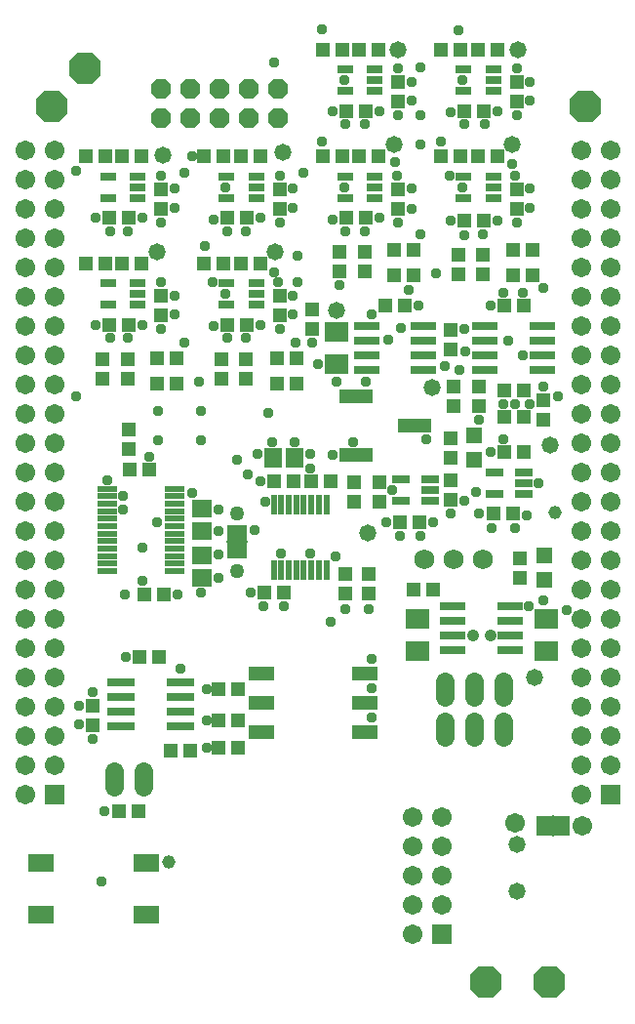
<source format=gts>
G75*
G70*
%OFA0B0*%
%FSLAX24Y24*%
%IPPOS*%
%LPD*%
%AMOC8*
5,1,8,0,0,1.08239X$1,22.5*
%
%ADD10R,0.0671X0.0671*%
%ADD11C,0.0671*%
%ADD12R,0.0513X0.0474*%
%ADD13R,0.0474X0.0513*%
%ADD14C,0.0580*%
%ADD15R,0.0710X0.0540*%
%ADD16R,0.0720X0.0060*%
%ADD17R,0.0946X0.0316*%
%ADD18R,0.0220X0.0660*%
%ADD19OC8,0.1085*%
%ADD20R,0.0600X0.0300*%
%ADD21C,0.0620*%
%ADD22R,0.0870X0.0510*%
%ADD23R,0.0592X0.0671*%
%ADD24R,0.0660X0.0220*%
%ADD25R,0.0580X0.0300*%
%ADD26R,0.0860X0.0300*%
%ADD27R,0.0671X0.0592*%
%ADD28R,0.0789X0.0710*%
%ADD29OC8,0.0680*%
%ADD30R,0.1180X0.0480*%
%ADD31R,0.0552X0.0552*%
%ADD32C,0.0680*%
%ADD33R,0.0907X0.0631*%
%ADD34R,0.0540X0.0710*%
%ADD35R,0.0060X0.0720*%
%ADD36C,0.0370*%
%ADD37C,0.0417*%
%ADD38C,0.0496*%
%ADD39C,0.0456*%
D10*
X002250Y008000D03*
X015500Y003250D03*
X021250Y008000D03*
D11*
X021250Y009000D03*
X021250Y010000D03*
X021250Y011000D03*
X021250Y012000D03*
X021250Y013000D03*
X021250Y014000D03*
X021250Y015000D03*
X021250Y016000D03*
X021250Y017000D03*
X021250Y018000D03*
X021250Y019000D03*
X021250Y020000D03*
X021250Y021000D03*
X021250Y022000D03*
X021250Y023000D03*
X021250Y024000D03*
X021250Y025000D03*
X021250Y026000D03*
X021250Y027000D03*
X021250Y028000D03*
X021250Y029000D03*
X021250Y030000D03*
X020250Y030000D03*
X020250Y029000D03*
X020250Y028000D03*
X020250Y027000D03*
X020250Y026000D03*
X020250Y025000D03*
X020250Y024000D03*
X020250Y023000D03*
X020250Y022000D03*
X020250Y021000D03*
X020250Y020000D03*
X020250Y019000D03*
X020250Y018000D03*
X020250Y017000D03*
X020250Y016000D03*
X020250Y015000D03*
X020250Y014000D03*
X020250Y013000D03*
X020250Y012000D03*
X020250Y011000D03*
X020250Y010000D03*
X020250Y009000D03*
X020250Y008000D03*
X020300Y006950D03*
X018000Y007050D03*
X015500Y007250D03*
X015500Y006250D03*
X015500Y005250D03*
X015500Y004250D03*
X014500Y004250D03*
X014500Y003250D03*
X014500Y005250D03*
X014500Y006250D03*
X014500Y007250D03*
X002250Y009000D03*
X002250Y010000D03*
X002250Y011000D03*
X002250Y012000D03*
X002250Y013000D03*
X002250Y014000D03*
X002250Y015000D03*
X002250Y016000D03*
X002250Y017000D03*
X002250Y018000D03*
X002250Y019000D03*
X002250Y020000D03*
X002250Y021000D03*
X002250Y022000D03*
X002250Y023000D03*
X002250Y024000D03*
X002250Y025000D03*
X002250Y026000D03*
X002250Y027000D03*
X002250Y028000D03*
X002250Y029000D03*
X002250Y030000D03*
X001250Y030000D03*
X001250Y029000D03*
X001250Y028000D03*
X001250Y027000D03*
X001250Y026000D03*
X001250Y025000D03*
X001250Y024000D03*
X001250Y023000D03*
X001250Y022000D03*
X001250Y021000D03*
X001250Y020000D03*
X001250Y019000D03*
X001250Y018000D03*
X001250Y017000D03*
X001250Y016000D03*
X001250Y015000D03*
X001250Y014000D03*
X001250Y013000D03*
X001250Y012000D03*
X001250Y011000D03*
X001250Y010000D03*
X001250Y009000D03*
X001250Y008000D03*
D12*
X004815Y019100D03*
X004800Y019815D03*
X004800Y020485D03*
X005485Y019100D03*
X004750Y022215D03*
X004750Y022885D03*
X004785Y024050D03*
X004115Y024050D03*
X005765Y022900D03*
X006435Y022900D03*
X008165Y024050D03*
X008835Y024050D03*
X008800Y022885D03*
X008800Y022215D03*
X009865Y022900D03*
X010535Y022900D03*
X012850Y025865D03*
X012850Y026535D03*
X012885Y027700D03*
X012215Y027700D03*
X013865Y026600D03*
X014535Y026600D03*
X014235Y024700D03*
X013565Y024700D03*
X015900Y021935D03*
X015900Y021265D03*
X015800Y020185D03*
X015800Y019515D03*
X017265Y017600D03*
X017935Y017600D03*
X018150Y016085D03*
X018150Y015415D03*
X018285Y019700D03*
X017615Y019700D03*
X017615Y021800D03*
X018285Y021800D03*
X018285Y024700D03*
X017615Y024700D03*
X016900Y025765D03*
X016900Y026435D03*
X016935Y027600D03*
X016265Y027600D03*
X017915Y026600D03*
X018585Y026600D03*
X016935Y031350D03*
X016265Y031350D03*
X012885Y031350D03*
X012215Y031350D03*
X008835Y027700D03*
X008165Y027700D03*
X004785Y027700D03*
X004115Y027700D03*
X009765Y018700D03*
X010435Y018700D03*
X011015Y018700D03*
X011685Y018700D03*
X012500Y018685D03*
X012500Y018015D03*
X013350Y018015D03*
X013350Y018685D03*
X014065Y017300D03*
X014735Y017300D03*
X013000Y015535D03*
X013000Y014865D03*
X012200Y014865D03*
X012200Y015535D03*
X010085Y014900D03*
X009415Y014900D03*
D13*
X008535Y011600D03*
X007865Y011600D03*
X007865Y010550D03*
X008535Y010550D03*
X008535Y009600D03*
X007865Y009600D03*
X006885Y009500D03*
X006215Y009500D03*
X005135Y007450D03*
X004465Y007450D03*
X003550Y010365D03*
X003550Y011035D03*
X005165Y012700D03*
X005835Y012700D03*
X005985Y014850D03*
X005315Y014850D03*
X005765Y022050D03*
X006435Y022050D03*
X007950Y022215D03*
X007950Y022885D03*
X009865Y022050D03*
X010535Y022050D03*
X011050Y023915D03*
X011050Y024585D03*
X009950Y024365D03*
X009950Y025035D03*
X009285Y026150D03*
X008615Y026150D03*
X008035Y026150D03*
X007365Y026150D03*
X005900Y025035D03*
X005900Y024365D03*
X005235Y026150D03*
X004565Y026150D03*
X003985Y026150D03*
X003315Y026150D03*
X003900Y022885D03*
X003900Y022215D03*
X005900Y028015D03*
X005900Y028685D03*
X005235Y029800D03*
X004565Y029800D03*
X003985Y029800D03*
X003315Y029800D03*
X007365Y029800D03*
X008035Y029800D03*
X008615Y029800D03*
X009285Y029800D03*
X009950Y028685D03*
X009950Y028015D03*
X011415Y029800D03*
X012085Y029800D03*
X012665Y029800D03*
X013335Y029800D03*
X014000Y028685D03*
X014000Y028015D03*
X013865Y025750D03*
X014535Y025750D03*
X015800Y023885D03*
X015800Y023215D03*
X016750Y021935D03*
X016750Y021265D03*
X017615Y020900D03*
X018285Y020900D03*
X018950Y020815D03*
X018950Y021485D03*
X018585Y025750D03*
X017915Y025750D03*
X018050Y028015D03*
X018050Y028685D03*
X017385Y029800D03*
X016715Y029800D03*
X016135Y029800D03*
X015465Y029800D03*
X014000Y031665D03*
X014000Y032335D03*
X013335Y033450D03*
X012665Y033450D03*
X012085Y033450D03*
X011415Y033450D03*
X015465Y033450D03*
X016135Y033450D03*
X016715Y033450D03*
X017385Y033450D03*
X018050Y032335D03*
X018050Y031665D03*
X016050Y026435D03*
X016050Y025765D03*
X012000Y025865D03*
X012000Y026535D03*
X015800Y018735D03*
X015800Y018065D03*
X015185Y015000D03*
X014515Y015000D03*
D14*
X012950Y016950D03*
X015150Y021900D03*
X011900Y024550D03*
X009800Y026550D03*
X010050Y029950D03*
X013850Y030200D03*
X014000Y033450D03*
X017900Y030200D03*
X018100Y033450D03*
X019200Y019950D03*
X018650Y012000D03*
X018050Y006300D03*
X018050Y004700D03*
X005750Y026550D03*
X005950Y029850D03*
D15*
X008500Y016950D03*
X008500Y016350D03*
D16*
X008500Y016650D03*
D17*
X006574Y011850D03*
X006574Y011350D03*
X006574Y010850D03*
X006574Y010350D03*
X004526Y010350D03*
X004526Y010850D03*
X004526Y011350D03*
X004526Y011850D03*
D18*
X009750Y015690D03*
X010010Y015690D03*
X010270Y015690D03*
X010520Y015690D03*
X010780Y015690D03*
X011030Y015690D03*
X011290Y015690D03*
X011550Y015690D03*
X011550Y017910D03*
X011290Y017910D03*
X011030Y017910D03*
X010780Y017910D03*
X010520Y017910D03*
X010270Y017910D03*
X010010Y017910D03*
X009750Y017910D03*
D19*
X002150Y031500D03*
X003300Y032800D03*
X020400Y031500D03*
X019150Y001600D03*
X017000Y001600D03*
D20*
X015100Y018030D03*
X015100Y018400D03*
X015100Y018770D03*
X014100Y018770D03*
X014100Y018030D03*
X017290Y018280D03*
X017290Y019020D03*
X018310Y019020D03*
X018310Y018650D03*
X018310Y018280D03*
D21*
X017600Y011870D02*
X017600Y011330D01*
X017600Y010520D02*
X017600Y009980D01*
X016600Y009980D02*
X016600Y010520D01*
X016600Y011330D02*
X016600Y011870D01*
X015600Y011870D02*
X015600Y011330D01*
X015600Y010520D02*
X015600Y009980D01*
X005300Y008820D02*
X005300Y008280D01*
X004300Y008280D02*
X004300Y008820D01*
D22*
X009330Y010150D03*
X009330Y011150D03*
X009330Y012150D03*
X012870Y012150D03*
X012870Y011150D03*
X012870Y010150D03*
D23*
X010474Y019500D03*
X009726Y019500D03*
D24*
X006350Y018460D03*
X006350Y018200D03*
X006350Y017950D03*
X006350Y017690D03*
X006350Y017430D03*
X006350Y017180D03*
X006350Y016920D03*
X006350Y016670D03*
X006350Y016410D03*
X006350Y016150D03*
X006350Y015900D03*
X006350Y015640D03*
X004050Y015640D03*
X004050Y015900D03*
X004050Y016150D03*
X004050Y016410D03*
X004050Y016670D03*
X004050Y016920D03*
X004050Y017180D03*
X004050Y017430D03*
X004050Y017690D03*
X004050Y017950D03*
X004050Y018200D03*
X004050Y018460D03*
D25*
X004090Y024730D03*
X004090Y025470D03*
X005110Y025470D03*
X005110Y025100D03*
X005110Y024730D03*
X005110Y028380D03*
X005110Y028750D03*
X005110Y029120D03*
X004090Y029120D03*
X004090Y028380D03*
X008140Y028380D03*
X008140Y029120D03*
X009160Y029120D03*
X009160Y028750D03*
X009160Y028380D03*
X009160Y025470D03*
X009160Y025100D03*
X009160Y024730D03*
X008140Y024730D03*
X008140Y025470D03*
X012190Y028380D03*
X012190Y029120D03*
X013210Y029120D03*
X013210Y028750D03*
X013210Y028380D03*
X013210Y032030D03*
X013210Y032400D03*
X013210Y032770D03*
X012190Y032770D03*
X012190Y032030D03*
X016240Y032030D03*
X016240Y032770D03*
X017260Y032770D03*
X017260Y032400D03*
X017260Y032030D03*
X017260Y029120D03*
X017260Y028750D03*
X017260Y028380D03*
X016240Y028380D03*
X016240Y029120D03*
D26*
X016980Y024000D03*
X016980Y023500D03*
X016980Y023000D03*
X016980Y022500D03*
X018920Y022500D03*
X018920Y023000D03*
X018920Y023500D03*
X018920Y024000D03*
X014870Y024000D03*
X014870Y023500D03*
X014870Y023000D03*
X014870Y022500D03*
X012930Y022500D03*
X012930Y023000D03*
X012930Y023500D03*
X012930Y024000D03*
X015880Y014450D03*
X015880Y013950D03*
X015880Y013450D03*
X015880Y012950D03*
X017820Y012950D03*
X017820Y013450D03*
X017820Y013950D03*
X017820Y014450D03*
D27*
X007300Y015426D03*
X007300Y016174D03*
X007300Y017026D03*
X007300Y017774D03*
D28*
X011900Y022699D03*
X011900Y023801D03*
X014650Y014001D03*
X014650Y012899D03*
X019050Y012899D03*
X019050Y014001D03*
D29*
X009900Y031100D03*
X009900Y032100D03*
X008900Y032100D03*
X008900Y031100D03*
X007900Y031100D03*
X007900Y032100D03*
X006900Y032100D03*
X006900Y031100D03*
X005900Y031100D03*
X005900Y032100D03*
D30*
X012550Y021600D03*
X012550Y019600D03*
X014550Y020600D03*
D31*
X016600Y020263D03*
X016600Y019437D03*
X019000Y016163D03*
X019000Y015337D03*
D32*
X016900Y016050D03*
X015900Y016050D03*
X014900Y016050D03*
D33*
X001809Y003914D03*
X001809Y005686D03*
X005391Y005686D03*
X005391Y003914D03*
D34*
X019000Y006950D03*
X019600Y006950D03*
D35*
X019300Y006950D03*
D36*
X019750Y014300D03*
X018950Y014650D03*
X018450Y014450D03*
X018000Y017100D03*
X018400Y017550D03*
X018800Y018650D03*
X017600Y020150D03*
X017150Y019700D03*
X016750Y020800D03*
X017600Y021350D03*
X018000Y021350D03*
X018500Y021350D03*
X018950Y021950D03*
X019450Y021600D03*
X018250Y023000D03*
X017750Y023500D03*
X017150Y024700D03*
X017600Y025150D03*
X018250Y025150D03*
X018950Y025300D03*
X018050Y027550D03*
X018500Y028050D03*
X018500Y028700D03*
X018000Y029150D03*
X017900Y029550D03*
X016950Y030900D03*
X017400Y031350D03*
X018050Y031200D03*
X018500Y031700D03*
X018500Y032350D03*
X018050Y032800D03*
X016200Y032400D03*
X015800Y031300D03*
X016250Y030900D03*
X015450Y030300D03*
X014750Y030200D03*
X014750Y031200D03*
X014450Y031700D03*
X014450Y032350D03*
X014750Y032850D03*
X014000Y032800D03*
X013350Y031350D03*
X014000Y031200D03*
X013900Y029600D03*
X013950Y029150D03*
X014450Y028700D03*
X014450Y028000D03*
X014000Y027550D03*
X013350Y027700D03*
X012850Y027250D03*
X012200Y027250D03*
X011750Y027650D03*
X012150Y028750D03*
X011400Y030300D03*
X011750Y031350D03*
X012200Y030900D03*
X012850Y030900D03*
X012150Y032400D03*
X011400Y034150D03*
X009750Y033000D03*
X009950Y029150D03*
X010400Y028700D03*
X010400Y028050D03*
X009950Y027550D03*
X009300Y027700D03*
X008800Y027250D03*
X008150Y027250D03*
X007700Y027650D03*
X007400Y026750D03*
X007650Y025500D03*
X008100Y025100D03*
X007700Y024000D03*
X008150Y023600D03*
X008800Y023600D03*
X009300Y024050D03*
X009950Y023900D03*
X010400Y024400D03*
X010400Y025050D03*
X010550Y025500D03*
X009900Y025500D03*
X009750Y025850D03*
X010550Y026400D03*
X012000Y025400D03*
X013100Y024400D03*
X013650Y023550D03*
X014100Y023950D03*
X014700Y024700D03*
X014350Y025250D03*
X015300Y025800D03*
X014750Y027150D03*
X015800Y027600D03*
X016250Y027100D03*
X016900Y027150D03*
X017400Y027600D03*
X016200Y028750D03*
X015750Y029150D03*
X016050Y034100D03*
X010750Y029250D03*
X008100Y028750D03*
X006950Y029800D03*
X006700Y029250D03*
X006350Y028700D03*
X005900Y029150D03*
X006350Y028050D03*
X005900Y027550D03*
X005250Y027700D03*
X004750Y027250D03*
X004150Y027250D03*
X003650Y027700D03*
X003000Y029300D03*
X005900Y025500D03*
X006350Y025050D03*
X006350Y024400D03*
X005900Y023900D03*
X005250Y024050D03*
X004750Y023600D03*
X004150Y023600D03*
X003650Y024050D03*
X003000Y021600D03*
X004050Y018750D03*
X004600Y018200D03*
X004600Y017750D03*
X005250Y016450D03*
X005750Y017300D03*
X005250Y015300D03*
X004650Y014850D03*
X004700Y012700D03*
X003550Y011500D03*
X003100Y011050D03*
X003100Y010400D03*
X003550Y009900D03*
X003950Y007450D03*
X003850Y005050D03*
X007450Y009600D03*
X007450Y010550D03*
X007450Y011600D03*
X006550Y012300D03*
X006450Y014850D03*
X007250Y014900D03*
X007850Y015400D03*
X007850Y016200D03*
X007850Y017000D03*
X007850Y017750D03*
X006950Y018300D03*
X007250Y020100D03*
X007250Y021100D03*
X007200Y022100D03*
X006700Y023450D03*
X005800Y021100D03*
X005800Y020100D03*
X005500Y019550D03*
X008500Y019450D03*
X008850Y018950D03*
X009300Y018700D03*
X009450Y018000D03*
X009100Y017050D03*
X010000Y016250D03*
X011000Y016250D03*
X011850Y016150D03*
X012200Y014350D03*
X011700Y013900D03*
X013000Y014350D03*
X013100Y012650D03*
X013100Y011650D03*
X013100Y010650D03*
X010100Y014450D03*
X009400Y014450D03*
X008950Y014900D03*
X011000Y019150D03*
X011000Y019650D03*
X010450Y020050D03*
X009700Y020050D03*
X009200Y019650D03*
X009550Y021050D03*
X011250Y022700D03*
X011050Y023450D03*
X010500Y023450D03*
X011900Y022100D03*
X012900Y022100D03*
X012450Y020050D03*
X011750Y019600D03*
X013600Y017300D03*
X014050Y016850D03*
X014750Y016850D03*
X015200Y017300D03*
X015800Y017600D03*
X016250Y018050D03*
X016650Y018350D03*
X016750Y017600D03*
X017200Y017100D03*
X014950Y020150D03*
X013800Y018400D03*
X016100Y022500D03*
X015600Y022650D03*
X016300Y023150D03*
X016250Y023900D03*
D37*
X016550Y013450D03*
X017150Y013450D03*
D38*
X008500Y015650D03*
X008500Y017600D03*
D39*
X006150Y005700D03*
X019350Y017650D03*
M02*

</source>
